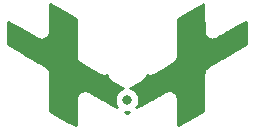
<source format=gtl>
G04 #@! TF.GenerationSoftware,KiCad,Pcbnew,(5.1.5)-3*
G04 #@! TF.CreationDate,2020-04-13T20:20:09+08:00*
G04 #@! TF.ProjectId,pcb,7063622e-6b69-4636-9164-5f7063625858,rev?*
G04 #@! TF.SameCoordinates,Original*
G04 #@! TF.FileFunction,Copper,L1,Top*
G04 #@! TF.FilePolarity,Positive*
%FSLAX46Y46*%
G04 Gerber Fmt 4.6, Leading zero omitted, Abs format (unit mm)*
G04 Created by KiCad (PCBNEW (5.1.5)-3) date 2020-04-13 20:20:09*
%MOMM*%
%LPD*%
G04 APERTURE LIST*
%ADD10C,0.800000*%
%ADD11C,0.254000*%
G04 APERTURE END LIST*
D10*
X149540000Y-107610000D03*
D11*
G36*
X143114996Y-99551482D02*
G01*
X143796509Y-99943675D01*
X145215930Y-100761988D01*
X145216210Y-102089732D01*
X145216210Y-102089735D01*
X145216585Y-103868832D01*
X145213272Y-103910113D01*
X145220650Y-103973282D01*
X145226893Y-104036533D01*
X145228754Y-104042662D01*
X145229497Y-104049027D01*
X145249053Y-104109530D01*
X145267520Y-104170360D01*
X145270542Y-104176010D01*
X145272512Y-104182106D01*
X145303491Y-104237624D01*
X145333474Y-104293689D01*
X145337539Y-104298640D01*
X145340661Y-104304235D01*
X145381881Y-104352649D01*
X145422222Y-104401783D01*
X145427174Y-104405846D01*
X145431328Y-104410724D01*
X145481181Y-104450149D01*
X145530352Y-104490485D01*
X145566879Y-104509999D01*
X145621384Y-104545008D01*
X145628486Y-104550342D01*
X145650702Y-104563840D01*
X145672595Y-104577902D01*
X145680509Y-104581950D01*
X146004784Y-104778970D01*
X146012205Y-104784251D01*
X146034521Y-104797037D01*
X146056585Y-104810443D01*
X146064825Y-104814401D01*
X147267285Y-105503381D01*
X147362896Y-105546324D01*
X147499205Y-105577634D01*
X147639001Y-105581750D01*
X147776916Y-105558515D01*
X147840909Y-105534189D01*
X147851247Y-105596033D01*
X147900775Y-105726828D01*
X147974867Y-105845446D01*
X148070677Y-105947332D01*
X148155996Y-106008211D01*
X149168589Y-106590127D01*
X149190860Y-106600164D01*
X149192771Y-106601094D01*
X149193632Y-106601413D01*
X149230377Y-106617974D01*
X149049744Y-106692795D01*
X148880226Y-106806063D01*
X148736063Y-106950226D01*
X148622795Y-107119744D01*
X148544774Y-107308102D01*
X148505000Y-107508061D01*
X148505000Y-107711939D01*
X148544774Y-107911898D01*
X148622795Y-108100256D01*
X148727699Y-108257257D01*
X148164933Y-107932402D01*
X148164718Y-107932248D01*
X148134441Y-107914801D01*
X148104746Y-107897659D01*
X148104510Y-107897552D01*
X147486144Y-107541208D01*
X147485590Y-107540813D01*
X147455974Y-107523822D01*
X147426299Y-107506721D01*
X147425677Y-107506440D01*
X146906637Y-107208657D01*
X146906246Y-107208379D01*
X146876577Y-107191411D01*
X146846554Y-107174186D01*
X146846111Y-107173987D01*
X146331655Y-106879760D01*
X146306267Y-106868382D01*
X146276775Y-106854456D01*
X146268961Y-106851662D01*
X146236010Y-106836894D01*
X146231775Y-106835925D01*
X146225687Y-106832877D01*
X146212436Y-106829229D01*
X146198855Y-106823155D01*
X146189432Y-106820076D01*
X146187143Y-106819346D01*
X146165784Y-106814769D01*
X146146298Y-106807801D01*
X146120807Y-106804002D01*
X146092090Y-106796096D01*
X146082309Y-106794479D01*
X146078032Y-106793802D01*
X146064090Y-106792976D01*
X146051652Y-106790310D01*
X146026268Y-106789913D01*
X146009243Y-106787376D01*
X145990336Y-106788276D01*
X145949580Y-106785290D01*
X145939672Y-106785603D01*
X145935345Y-106785770D01*
X145917533Y-106788213D01*
X145913101Y-106788144D01*
X145897931Y-106790902D01*
X145878169Y-106793613D01*
X145870832Y-106793962D01*
X145865667Y-106795242D01*
X145807758Y-106802360D01*
X145798099Y-106804592D01*
X145793887Y-106805596D01*
X145733004Y-106826569D01*
X145671793Y-106846715D01*
X145662753Y-106850781D01*
X145658815Y-106852586D01*
X145603353Y-106884889D01*
X145547331Y-106916457D01*
X145539251Y-106922200D01*
X145535739Y-106924733D01*
X145487416Y-106967336D01*
X145438516Y-107009266D01*
X145431808Y-107016362D01*
X145431799Y-107016370D01*
X145431793Y-107016378D01*
X145431706Y-107016470D01*
X145428753Y-107019638D01*
X145394814Y-107064047D01*
X145370276Y-107091158D01*
X145359567Y-107109052D01*
X145349872Y-107121379D01*
X145344592Y-107129769D01*
X145342312Y-107133449D01*
X145330078Y-107158327D01*
X145298457Y-107211166D01*
X145286061Y-107245886D01*
X145284738Y-107248483D01*
X145281187Y-107257739D01*
X145279664Y-107261793D01*
X145277512Y-107269829D01*
X145251430Y-107342881D01*
X145236122Y-107446569D01*
X145224786Y-107680585D01*
X145223539Y-107691247D01*
X145223099Y-107715403D01*
X145221930Y-107739532D01*
X145222464Y-107750254D01*
X145216075Y-108100926D01*
X145215586Y-108105655D01*
X145215440Y-108135762D01*
X145214891Y-108165907D01*
X145215271Y-108170653D01*
X145210267Y-109204104D01*
X145210233Y-109204437D01*
X145210098Y-109239075D01*
X145209931Y-109273522D01*
X145209962Y-109273854D01*
X145207992Y-109778538D01*
X144511881Y-109376725D01*
X144511871Y-109376718D01*
X143050233Y-108533024D01*
X143050221Y-107190147D01*
X143050205Y-105428187D01*
X143053578Y-105388617D01*
X143046326Y-105323733D01*
X143039930Y-105258793D01*
X143038566Y-105254297D01*
X143038044Y-105249625D01*
X143018274Y-105187404D01*
X142999330Y-105124958D01*
X142997115Y-105120813D01*
X142995691Y-105116333D01*
X142964180Y-105059199D01*
X142933401Y-105001615D01*
X142930417Y-104997979D01*
X142928149Y-104993867D01*
X142886105Y-104943986D01*
X142844675Y-104893504D01*
X142841042Y-104890522D01*
X142838013Y-104886929D01*
X142787005Y-104846176D01*
X142736562Y-104804780D01*
X142701540Y-104786061D01*
X142688371Y-104777509D01*
X142681213Y-104772081D01*
X142659129Y-104758521D01*
X142637404Y-104744414D01*
X142629430Y-104740285D01*
X142625573Y-104737917D01*
X142618234Y-104732640D01*
X142595880Y-104719685D01*
X142573841Y-104706153D01*
X142565703Y-104702197D01*
X142112392Y-104439491D01*
X142112204Y-104439356D01*
X142083316Y-104422641D01*
X142052255Y-104404640D01*
X142052028Y-104404537D01*
X141536804Y-104106415D01*
X141536540Y-104106226D01*
X141506286Y-104088757D01*
X141476706Y-104071641D01*
X141476414Y-104071508D01*
X140865233Y-103718603D01*
X140865124Y-103718525D01*
X140833012Y-103699998D01*
X140804928Y-103683782D01*
X140804821Y-103683734D01*
X139448853Y-102901414D01*
X139443646Y-101554062D01*
X139441442Y-100983642D01*
X139754817Y-101164577D01*
X140272585Y-101463581D01*
X140733773Y-101729967D01*
X140734231Y-101730294D01*
X140763485Y-101747129D01*
X140793672Y-101764565D01*
X140794201Y-101764805D01*
X141187314Y-101991029D01*
X141188573Y-101991920D01*
X141217476Y-102008386D01*
X141246428Y-102025047D01*
X141247840Y-102025684D01*
X141573763Y-102211363D01*
X141574629Y-102211972D01*
X141603913Y-102228539D01*
X141633442Y-102245362D01*
X141634418Y-102245798D01*
X141979031Y-102440761D01*
X142074875Y-102483181D01*
X142117806Y-102492796D01*
X142121685Y-102494234D01*
X142130715Y-102495687D01*
X142211353Y-102513747D01*
X142224506Y-102514062D01*
X142230081Y-102515247D01*
X142239940Y-102516283D01*
X142247043Y-102516979D01*
X142309958Y-102516975D01*
X142362738Y-102517915D01*
X142372287Y-102518120D01*
X142372469Y-102518088D01*
X142372974Y-102518097D01*
X142382850Y-102517236D01*
X142384773Y-102517055D01*
X142385211Y-102516970D01*
X142385610Y-102516970D01*
X142404709Y-102513187D01*
X142446644Y-102505051D01*
X142508763Y-102494133D01*
X142518293Y-102491406D01*
X142520220Y-102490840D01*
X142520525Y-102490717D01*
X142520803Y-102490663D01*
X142534374Y-102485130D01*
X142579913Y-102466760D01*
X142586371Y-102464259D01*
X142590280Y-102463133D01*
X142593284Y-102461581D01*
X142639964Y-102443500D01*
X142648719Y-102439005D01*
X142648726Y-102439002D01*
X142648731Y-102438999D01*
X142648783Y-102438972D01*
X142650562Y-102438043D01*
X142694649Y-102409222D01*
X142714539Y-102398948D01*
X142729921Y-102386683D01*
X142758575Y-102368531D01*
X142766348Y-102362380D01*
X142767914Y-102361123D01*
X142794179Y-102335444D01*
X142823889Y-102311754D01*
X142845875Y-102285720D01*
X142860860Y-102271455D01*
X142866974Y-102264274D01*
X142866996Y-102264253D01*
X142867011Y-102264231D01*
X142867287Y-102263907D01*
X142868578Y-102262369D01*
X142881383Y-102243674D01*
X142914128Y-102204901D01*
X142936095Y-102165160D01*
X142941958Y-102156856D01*
X142946798Y-102148205D01*
X142947766Y-102146445D01*
X142952369Y-102135718D01*
X142981786Y-102082499D01*
X142998084Y-102031375D01*
X142999314Y-102028616D01*
X143002382Y-102019190D01*
X143002990Y-102017277D01*
X143003821Y-102013378D01*
X143024265Y-101949248D01*
X143031847Y-101881986D01*
X143031870Y-101881792D01*
X143032095Y-101879796D01*
X143032095Y-101879782D01*
X143036005Y-101845096D01*
X143042885Y-101356480D01*
X143043071Y-101354750D01*
X143043375Y-101321665D01*
X143043842Y-101288480D01*
X143043695Y-101286741D01*
X143048238Y-100791986D01*
X143048481Y-100789576D01*
X143048557Y-100757203D01*
X143048856Y-100724669D01*
X143048640Y-100722245D01*
X143050121Y-100093679D01*
X143050140Y-100093490D01*
X143050204Y-100058610D01*
X143050285Y-100024113D01*
X143050267Y-100023926D01*
X143051197Y-99514943D01*
X143114996Y-99551482D01*
G37*
X143114996Y-99551482D02*
X143796509Y-99943675D01*
X145215930Y-100761988D01*
X145216210Y-102089732D01*
X145216210Y-102089735D01*
X145216585Y-103868832D01*
X145213272Y-103910113D01*
X145220650Y-103973282D01*
X145226893Y-104036533D01*
X145228754Y-104042662D01*
X145229497Y-104049027D01*
X145249053Y-104109530D01*
X145267520Y-104170360D01*
X145270542Y-104176010D01*
X145272512Y-104182106D01*
X145303491Y-104237624D01*
X145333474Y-104293689D01*
X145337539Y-104298640D01*
X145340661Y-104304235D01*
X145381881Y-104352649D01*
X145422222Y-104401783D01*
X145427174Y-104405846D01*
X145431328Y-104410724D01*
X145481181Y-104450149D01*
X145530352Y-104490485D01*
X145566879Y-104509999D01*
X145621384Y-104545008D01*
X145628486Y-104550342D01*
X145650702Y-104563840D01*
X145672595Y-104577902D01*
X145680509Y-104581950D01*
X146004784Y-104778970D01*
X146012205Y-104784251D01*
X146034521Y-104797037D01*
X146056585Y-104810443D01*
X146064825Y-104814401D01*
X147267285Y-105503381D01*
X147362896Y-105546324D01*
X147499205Y-105577634D01*
X147639001Y-105581750D01*
X147776916Y-105558515D01*
X147840909Y-105534189D01*
X147851247Y-105596033D01*
X147900775Y-105726828D01*
X147974867Y-105845446D01*
X148070677Y-105947332D01*
X148155996Y-106008211D01*
X149168589Y-106590127D01*
X149190860Y-106600164D01*
X149192771Y-106601094D01*
X149193632Y-106601413D01*
X149230377Y-106617974D01*
X149049744Y-106692795D01*
X148880226Y-106806063D01*
X148736063Y-106950226D01*
X148622795Y-107119744D01*
X148544774Y-107308102D01*
X148505000Y-107508061D01*
X148505000Y-107711939D01*
X148544774Y-107911898D01*
X148622795Y-108100256D01*
X148727699Y-108257257D01*
X148164933Y-107932402D01*
X148164718Y-107932248D01*
X148134441Y-107914801D01*
X148104746Y-107897659D01*
X148104510Y-107897552D01*
X147486144Y-107541208D01*
X147485590Y-107540813D01*
X147455974Y-107523822D01*
X147426299Y-107506721D01*
X147425677Y-107506440D01*
X146906637Y-107208657D01*
X146906246Y-107208379D01*
X146876577Y-107191411D01*
X146846554Y-107174186D01*
X146846111Y-107173987D01*
X146331655Y-106879760D01*
X146306267Y-106868382D01*
X146276775Y-106854456D01*
X146268961Y-106851662D01*
X146236010Y-106836894D01*
X146231775Y-106835925D01*
X146225687Y-106832877D01*
X146212436Y-106829229D01*
X146198855Y-106823155D01*
X146189432Y-106820076D01*
X146187143Y-106819346D01*
X146165784Y-106814769D01*
X146146298Y-106807801D01*
X146120807Y-106804002D01*
X146092090Y-106796096D01*
X146082309Y-106794479D01*
X146078032Y-106793802D01*
X146064090Y-106792976D01*
X146051652Y-106790310D01*
X146026268Y-106789913D01*
X146009243Y-106787376D01*
X145990336Y-106788276D01*
X145949580Y-106785290D01*
X145939672Y-106785603D01*
X145935345Y-106785770D01*
X145917533Y-106788213D01*
X145913101Y-106788144D01*
X145897931Y-106790902D01*
X145878169Y-106793613D01*
X145870832Y-106793962D01*
X145865667Y-106795242D01*
X145807758Y-106802360D01*
X145798099Y-106804592D01*
X145793887Y-106805596D01*
X145733004Y-106826569D01*
X145671793Y-106846715D01*
X145662753Y-106850781D01*
X145658815Y-106852586D01*
X145603353Y-106884889D01*
X145547331Y-106916457D01*
X145539251Y-106922200D01*
X145535739Y-106924733D01*
X145487416Y-106967336D01*
X145438516Y-107009266D01*
X145431808Y-107016362D01*
X145431799Y-107016370D01*
X145431793Y-107016378D01*
X145431706Y-107016470D01*
X145428753Y-107019638D01*
X145394814Y-107064047D01*
X145370276Y-107091158D01*
X145359567Y-107109052D01*
X145349872Y-107121379D01*
X145344592Y-107129769D01*
X145342312Y-107133449D01*
X145330078Y-107158327D01*
X145298457Y-107211166D01*
X145286061Y-107245886D01*
X145284738Y-107248483D01*
X145281187Y-107257739D01*
X145279664Y-107261793D01*
X145277512Y-107269829D01*
X145251430Y-107342881D01*
X145236122Y-107446569D01*
X145224786Y-107680585D01*
X145223539Y-107691247D01*
X145223099Y-107715403D01*
X145221930Y-107739532D01*
X145222464Y-107750254D01*
X145216075Y-108100926D01*
X145215586Y-108105655D01*
X145215440Y-108135762D01*
X145214891Y-108165907D01*
X145215271Y-108170653D01*
X145210267Y-109204104D01*
X145210233Y-109204437D01*
X145210098Y-109239075D01*
X145209931Y-109273522D01*
X145209962Y-109273854D01*
X145207992Y-109778538D01*
X144511881Y-109376725D01*
X144511871Y-109376718D01*
X143050233Y-108533024D01*
X143050221Y-107190147D01*
X143050205Y-105428187D01*
X143053578Y-105388617D01*
X143046326Y-105323733D01*
X143039930Y-105258793D01*
X143038566Y-105254297D01*
X143038044Y-105249625D01*
X143018274Y-105187404D01*
X142999330Y-105124958D01*
X142997115Y-105120813D01*
X142995691Y-105116333D01*
X142964180Y-105059199D01*
X142933401Y-105001615D01*
X142930417Y-104997979D01*
X142928149Y-104993867D01*
X142886105Y-104943986D01*
X142844675Y-104893504D01*
X142841042Y-104890522D01*
X142838013Y-104886929D01*
X142787005Y-104846176D01*
X142736562Y-104804780D01*
X142701540Y-104786061D01*
X142688371Y-104777509D01*
X142681213Y-104772081D01*
X142659129Y-104758521D01*
X142637404Y-104744414D01*
X142629430Y-104740285D01*
X142625573Y-104737917D01*
X142618234Y-104732640D01*
X142595880Y-104719685D01*
X142573841Y-104706153D01*
X142565703Y-104702197D01*
X142112392Y-104439491D01*
X142112204Y-104439356D01*
X142083316Y-104422641D01*
X142052255Y-104404640D01*
X142052028Y-104404537D01*
X141536804Y-104106415D01*
X141536540Y-104106226D01*
X141506286Y-104088757D01*
X141476706Y-104071641D01*
X141476414Y-104071508D01*
X140865233Y-103718603D01*
X140865124Y-103718525D01*
X140833012Y-103699998D01*
X140804928Y-103683782D01*
X140804821Y-103683734D01*
X139448853Y-102901414D01*
X139443646Y-101554062D01*
X139441442Y-100983642D01*
X139754817Y-101164577D01*
X140272585Y-101463581D01*
X140733773Y-101729967D01*
X140734231Y-101730294D01*
X140763485Y-101747129D01*
X140793672Y-101764565D01*
X140794201Y-101764805D01*
X141187314Y-101991029D01*
X141188573Y-101991920D01*
X141217476Y-102008386D01*
X141246428Y-102025047D01*
X141247840Y-102025684D01*
X141573763Y-102211363D01*
X141574629Y-102211972D01*
X141603913Y-102228539D01*
X141633442Y-102245362D01*
X141634418Y-102245798D01*
X141979031Y-102440761D01*
X142074875Y-102483181D01*
X142117806Y-102492796D01*
X142121685Y-102494234D01*
X142130715Y-102495687D01*
X142211353Y-102513747D01*
X142224506Y-102514062D01*
X142230081Y-102515247D01*
X142239940Y-102516283D01*
X142247043Y-102516979D01*
X142309958Y-102516975D01*
X142362738Y-102517915D01*
X142372287Y-102518120D01*
X142372469Y-102518088D01*
X142372974Y-102518097D01*
X142382850Y-102517236D01*
X142384773Y-102517055D01*
X142385211Y-102516970D01*
X142385610Y-102516970D01*
X142404709Y-102513187D01*
X142446644Y-102505051D01*
X142508763Y-102494133D01*
X142518293Y-102491406D01*
X142520220Y-102490840D01*
X142520525Y-102490717D01*
X142520803Y-102490663D01*
X142534374Y-102485130D01*
X142579913Y-102466760D01*
X142586371Y-102464259D01*
X142590280Y-102463133D01*
X142593284Y-102461581D01*
X142639964Y-102443500D01*
X142648719Y-102439005D01*
X142648726Y-102439002D01*
X142648731Y-102438999D01*
X142648783Y-102438972D01*
X142650562Y-102438043D01*
X142694649Y-102409222D01*
X142714539Y-102398948D01*
X142729921Y-102386683D01*
X142758575Y-102368531D01*
X142766348Y-102362380D01*
X142767914Y-102361123D01*
X142794179Y-102335444D01*
X142823889Y-102311754D01*
X142845875Y-102285720D01*
X142860860Y-102271455D01*
X142866974Y-102264274D01*
X142866996Y-102264253D01*
X142867011Y-102264231D01*
X142867287Y-102263907D01*
X142868578Y-102262369D01*
X142881383Y-102243674D01*
X142914128Y-102204901D01*
X142936095Y-102165160D01*
X142941958Y-102156856D01*
X142946798Y-102148205D01*
X142947766Y-102146445D01*
X142952369Y-102135718D01*
X142981786Y-102082499D01*
X142998084Y-102031375D01*
X142999314Y-102028616D01*
X143002382Y-102019190D01*
X143002990Y-102017277D01*
X143003821Y-102013378D01*
X143024265Y-101949248D01*
X143031847Y-101881986D01*
X143031870Y-101881792D01*
X143032095Y-101879796D01*
X143032095Y-101879782D01*
X143036005Y-101845096D01*
X143042885Y-101356480D01*
X143043071Y-101354750D01*
X143043375Y-101321665D01*
X143043842Y-101288480D01*
X143043695Y-101286741D01*
X143048238Y-100791986D01*
X143048481Y-100789576D01*
X143048557Y-100757203D01*
X143048856Y-100724669D01*
X143048640Y-100722245D01*
X143050121Y-100093679D01*
X143050140Y-100093490D01*
X143050204Y-100058610D01*
X143050285Y-100024113D01*
X143050267Y-100023926D01*
X143051197Y-99514943D01*
X143114996Y-99551482D01*
G36*
X156029213Y-100023938D02*
G01*
X156029196Y-100024112D01*
X156029281Y-100060392D01*
X156029344Y-100093533D01*
X156029360Y-100093691D01*
X156030841Y-100722570D01*
X156030625Y-100724995D01*
X156030924Y-100757536D01*
X156031000Y-100789901D01*
X156031243Y-100792310D01*
X156035785Y-101286993D01*
X156035638Y-101288733D01*
X156036105Y-101321875D01*
X156036409Y-101354997D01*
X156036596Y-101356732D01*
X156043476Y-101845090D01*
X156047206Y-101878174D01*
X156047288Y-101878929D01*
X156047294Y-101878960D01*
X156055218Y-101949242D01*
X156071658Y-102000812D01*
X156071978Y-102002489D01*
X156074842Y-102011979D01*
X156075436Y-102013900D01*
X156075580Y-102014243D01*
X156075647Y-102014563D01*
X156077232Y-102018296D01*
X156097698Y-102082493D01*
X156121524Y-102125597D01*
X156124519Y-102133009D01*
X156129173Y-102141762D01*
X156130129Y-102143530D01*
X156137373Y-102154269D01*
X156165357Y-102204895D01*
X156192060Y-102236514D01*
X156201408Y-102250794D01*
X156207615Y-102258401D01*
X156207618Y-102258406D01*
X156207622Y-102258410D01*
X156207675Y-102258475D01*
X156208956Y-102260023D01*
X156227268Y-102278202D01*
X156255597Y-102311746D01*
X156279568Y-102330860D01*
X156299335Y-102351063D01*
X156306971Y-102357385D01*
X156308528Y-102358656D01*
X156344078Y-102382298D01*
X156364948Y-102398939D01*
X156381030Y-102407246D01*
X156394152Y-102416233D01*
X156399131Y-102419910D01*
X156400386Y-102420502D01*
X156415407Y-102430789D01*
X156423891Y-102435377D01*
X156423910Y-102435389D01*
X156423928Y-102435397D01*
X156424127Y-102435504D01*
X156425901Y-102436448D01*
X156483690Y-102460273D01*
X156489207Y-102463123D01*
X156492855Y-102464174D01*
X156494276Y-102464783D01*
X156524459Y-102479018D01*
X156531728Y-102480837D01*
X156544568Y-102486341D01*
X156554005Y-102489263D01*
X156554011Y-102489265D01*
X156554038Y-102489273D01*
X156555962Y-102489854D01*
X156612542Y-102501060D01*
X156620329Y-102503009D01*
X156638181Y-102508166D01*
X156642378Y-102508527D01*
X156658883Y-102512657D01*
X156670217Y-102513221D01*
X156682103Y-102515747D01*
X156691882Y-102516775D01*
X156691889Y-102516776D01*
X156691895Y-102516776D01*
X156691962Y-102516783D01*
X156693962Y-102516979D01*
X156727683Y-102516977D01*
X156728400Y-102517102D01*
X156733591Y-102516977D01*
X156740683Y-102516977D01*
X156776240Y-102520033D01*
X156785832Y-102518976D01*
X156797279Y-102519546D01*
X156807177Y-102519001D01*
X156811690Y-102518721D01*
X156822546Y-102516973D01*
X156832529Y-102516972D01*
X156846196Y-102514265D01*
X156868215Y-102513735D01*
X156901895Y-102506189D01*
X156913974Y-102504858D01*
X156923660Y-102502748D01*
X156930625Y-102501180D01*
X156940163Y-102498028D01*
X156948494Y-102496686D01*
X156954881Y-102494317D01*
X157004690Y-102483157D01*
X157061970Y-102457798D01*
X157062189Y-102457703D01*
X157068717Y-102454812D01*
X157068724Y-102454808D01*
X157100530Y-102440727D01*
X157445142Y-102245721D01*
X157446116Y-102245286D01*
X157475566Y-102228505D01*
X157504927Y-102211890D01*
X157505795Y-102211279D01*
X157831721Y-102025557D01*
X157833133Y-102024920D01*
X157862052Y-102008274D01*
X157890982Y-101991789D01*
X157892244Y-101990896D01*
X158285353Y-101764620D01*
X158285868Y-101764387D01*
X158315735Y-101747133D01*
X158345324Y-101730101D01*
X158345779Y-101729776D01*
X158809600Y-101461822D01*
X159324290Y-101164577D01*
X159638039Y-100983435D01*
X159635842Y-101552028D01*
X159630627Y-102901414D01*
X158274671Y-103683728D01*
X158274552Y-103683782D01*
X158243220Y-103701874D01*
X158214357Y-103718526D01*
X158214259Y-103718596D01*
X157603070Y-104071507D01*
X157602774Y-104071641D01*
X157572596Y-104089103D01*
X157542941Y-104106226D01*
X157542681Y-104106412D01*
X157027452Y-104404536D01*
X157027224Y-104404640D01*
X156996038Y-104422713D01*
X156967277Y-104439355D01*
X156967089Y-104439490D01*
X156513776Y-104702198D01*
X156505646Y-104706150D01*
X156483613Y-104719678D01*
X156461247Y-104732640D01*
X156453908Y-104737917D01*
X156450051Y-104740285D01*
X156442071Y-104744417D01*
X156420352Y-104758520D01*
X156398273Y-104772077D01*
X156391109Y-104777510D01*
X156377940Y-104786061D01*
X156342914Y-104804783D01*
X156292450Y-104846197D01*
X156241464Y-104886933D01*
X156238435Y-104890526D01*
X156234802Y-104893508D01*
X156193404Y-104943951D01*
X156151328Y-104993871D01*
X156149057Y-104997989D01*
X156146077Y-105001620D01*
X156115335Y-105059134D01*
X156083787Y-105116338D01*
X156082362Y-105120823D01*
X156080149Y-105124963D01*
X156061217Y-105187372D01*
X156041436Y-105249630D01*
X156040914Y-105254303D01*
X156039550Y-105258799D01*
X156033155Y-105323728D01*
X156025903Y-105388623D01*
X156029277Y-105428196D01*
X156029276Y-107205367D01*
X156029277Y-107205377D01*
X156029276Y-108532983D01*
X154628114Y-109341562D01*
X154628107Y-109341565D01*
X153871488Y-109778194D01*
X153869518Y-109273603D01*
X153869549Y-109273272D01*
X153869382Y-109238851D01*
X153869247Y-109204185D01*
X153869213Y-109203852D01*
X153864210Y-108170591D01*
X153864590Y-108165845D01*
X153864041Y-108135706D01*
X153863895Y-108105596D01*
X153863406Y-108100865D01*
X153857016Y-107750221D01*
X153857550Y-107739508D01*
X153856381Y-107715377D01*
X153855941Y-107691211D01*
X153854695Y-107680552D01*
X153843361Y-107446523D01*
X153828055Y-107342835D01*
X153811117Y-107295392D01*
X153810695Y-107293481D01*
X153809280Y-107290249D01*
X153781029Y-107211120D01*
X153769914Y-107192547D01*
X153768785Y-107190262D01*
X153768781Y-107190252D01*
X153768776Y-107190244D01*
X153768728Y-107190147D01*
X153766780Y-107186275D01*
X153756995Y-107170797D01*
X153755132Y-107166541D01*
X153749568Y-107158547D01*
X153709212Y-107091111D01*
X153703626Y-107084939D01*
X153698773Y-107077020D01*
X153692738Y-107069155D01*
X153690074Y-107065733D01*
X153645809Y-107019088D01*
X153602176Y-106971798D01*
X153594729Y-106965254D01*
X153591452Y-106962415D01*
X153538927Y-106925221D01*
X153486893Y-106887278D01*
X153478371Y-106882339D01*
X153478367Y-106882336D01*
X153478363Y-106882334D01*
X153478316Y-106882307D01*
X153474550Y-106880158D01*
X153415850Y-106853902D01*
X153357471Y-106826801D01*
X153348092Y-106823590D01*
X153343981Y-106822214D01*
X153281230Y-106807840D01*
X153218738Y-106792604D01*
X153208914Y-106791275D01*
X153204614Y-106790724D01*
X153140281Y-106788813D01*
X153075963Y-106786006D01*
X153066069Y-106786611D01*
X153061743Y-106786906D01*
X152998335Y-106797518D01*
X152979802Y-106800352D01*
X152943420Y-106805223D01*
X152939738Y-106806478D01*
X152934750Y-106807241D01*
X152925161Y-106809756D01*
X152920974Y-106810885D01*
X152866913Y-106831307D01*
X152866109Y-106831581D01*
X152843483Y-106836759D01*
X152819839Y-106847356D01*
X152812265Y-106849938D01*
X152803268Y-106854100D01*
X152773514Y-106868118D01*
X152747838Y-106879625D01*
X152233365Y-107173858D01*
X152232917Y-107174060D01*
X152202858Y-107191306D01*
X152173236Y-107208247D01*
X152172842Y-107208527D01*
X151653785Y-107506327D01*
X151653156Y-107506611D01*
X151623518Y-107523692D01*
X151593880Y-107540696D01*
X151593319Y-107541096D01*
X150974951Y-107897469D01*
X150974705Y-107897580D01*
X150944255Y-107915159D01*
X150914738Y-107932170D01*
X150914529Y-107932319D01*
X150352697Y-108256664D01*
X150457205Y-108100256D01*
X150535226Y-107911898D01*
X150575000Y-107711939D01*
X150575000Y-107508061D01*
X150535226Y-107308102D01*
X150457205Y-107119744D01*
X150343937Y-106950226D01*
X150199774Y-106806063D01*
X150030256Y-106692795D01*
X149849149Y-106617777D01*
X149910989Y-106589932D01*
X150923804Y-106008339D01*
X151009143Y-105947490D01*
X151104987Y-105845636D01*
X151179119Y-105727042D01*
X151228691Y-105596264D01*
X151239089Y-105534187D01*
X151303207Y-105558547D01*
X151441126Y-105581759D01*
X151580920Y-105577617D01*
X151717223Y-105546283D01*
X151812826Y-105503323D01*
X153021705Y-104810384D01*
X153029958Y-104806416D01*
X153051902Y-104793074D01*
X153074252Y-104780263D01*
X153081735Y-104774936D01*
X153399284Y-104581868D01*
X153407318Y-104577752D01*
X153429079Y-104563753D01*
X153451178Y-104550317D01*
X153458391Y-104544896D01*
X153512816Y-104509885D01*
X153549114Y-104490494D01*
X153598482Y-104449999D01*
X153648512Y-104410376D01*
X153652493Y-104405694D01*
X153657247Y-104401794D01*
X153697754Y-104352460D01*
X153739105Y-104303824D01*
X153742098Y-104298452D01*
X153745997Y-104293703D01*
X153776092Y-104237431D01*
X153807169Y-104181646D01*
X153809056Y-104175794D01*
X153811954Y-104170375D01*
X153830499Y-104109293D01*
X153850089Y-104048537D01*
X153850798Y-104042433D01*
X153852584Y-104036549D01*
X153858854Y-103973040D01*
X153866217Y-103909613D01*
X153862896Y-103868588D01*
X153863312Y-102089751D01*
X153863311Y-102089744D01*
X153863622Y-100761926D01*
X155283891Y-99942853D01*
X155964296Y-99551193D01*
X156028252Y-99514560D01*
X156029213Y-100023938D01*
G37*
X156029213Y-100023938D02*
X156029196Y-100024112D01*
X156029281Y-100060392D01*
X156029344Y-100093533D01*
X156029360Y-100093691D01*
X156030841Y-100722570D01*
X156030625Y-100724995D01*
X156030924Y-100757536D01*
X156031000Y-100789901D01*
X156031243Y-100792310D01*
X156035785Y-101286993D01*
X156035638Y-101288733D01*
X156036105Y-101321875D01*
X156036409Y-101354997D01*
X156036596Y-101356732D01*
X156043476Y-101845090D01*
X156047206Y-101878174D01*
X156047288Y-101878929D01*
X156047294Y-101878960D01*
X156055218Y-101949242D01*
X156071658Y-102000812D01*
X156071978Y-102002489D01*
X156074842Y-102011979D01*
X156075436Y-102013900D01*
X156075580Y-102014243D01*
X156075647Y-102014563D01*
X156077232Y-102018296D01*
X156097698Y-102082493D01*
X156121524Y-102125597D01*
X156124519Y-102133009D01*
X156129173Y-102141762D01*
X156130129Y-102143530D01*
X156137373Y-102154269D01*
X156165357Y-102204895D01*
X156192060Y-102236514D01*
X156201408Y-102250794D01*
X156207615Y-102258401D01*
X156207618Y-102258406D01*
X156207622Y-102258410D01*
X156207675Y-102258475D01*
X156208956Y-102260023D01*
X156227268Y-102278202D01*
X156255597Y-102311746D01*
X156279568Y-102330860D01*
X156299335Y-102351063D01*
X156306971Y-102357385D01*
X156308528Y-102358656D01*
X156344078Y-102382298D01*
X156364948Y-102398939D01*
X156381030Y-102407246D01*
X156394152Y-102416233D01*
X156399131Y-102419910D01*
X156400386Y-102420502D01*
X156415407Y-102430789D01*
X156423891Y-102435377D01*
X156423910Y-102435389D01*
X156423928Y-102435397D01*
X156424127Y-102435504D01*
X156425901Y-102436448D01*
X156483690Y-102460273D01*
X156489207Y-102463123D01*
X156492855Y-102464174D01*
X156494276Y-102464783D01*
X156524459Y-102479018D01*
X156531728Y-102480837D01*
X156544568Y-102486341D01*
X156554005Y-102489263D01*
X156554011Y-102489265D01*
X156554038Y-102489273D01*
X156555962Y-102489854D01*
X156612542Y-102501060D01*
X156620329Y-102503009D01*
X156638181Y-102508166D01*
X156642378Y-102508527D01*
X156658883Y-102512657D01*
X156670217Y-102513221D01*
X156682103Y-102515747D01*
X156691882Y-102516775D01*
X156691889Y-102516776D01*
X156691895Y-102516776D01*
X156691962Y-102516783D01*
X156693962Y-102516979D01*
X156727683Y-102516977D01*
X156728400Y-102517102D01*
X156733591Y-102516977D01*
X156740683Y-102516977D01*
X156776240Y-102520033D01*
X156785832Y-102518976D01*
X156797279Y-102519546D01*
X156807177Y-102519001D01*
X156811690Y-102518721D01*
X156822546Y-102516973D01*
X156832529Y-102516972D01*
X156846196Y-102514265D01*
X156868215Y-102513735D01*
X156901895Y-102506189D01*
X156913974Y-102504858D01*
X156923660Y-102502748D01*
X156930625Y-102501180D01*
X156940163Y-102498028D01*
X156948494Y-102496686D01*
X156954881Y-102494317D01*
X157004690Y-102483157D01*
X157061970Y-102457798D01*
X157062189Y-102457703D01*
X157068717Y-102454812D01*
X157068724Y-102454808D01*
X157100530Y-102440727D01*
X157445142Y-102245721D01*
X157446116Y-102245286D01*
X157475566Y-102228505D01*
X157504927Y-102211890D01*
X157505795Y-102211279D01*
X157831721Y-102025557D01*
X157833133Y-102024920D01*
X157862052Y-102008274D01*
X157890982Y-101991789D01*
X157892244Y-101990896D01*
X158285353Y-101764620D01*
X158285868Y-101764387D01*
X158315735Y-101747133D01*
X158345324Y-101730101D01*
X158345779Y-101729776D01*
X158809600Y-101461822D01*
X159324290Y-101164577D01*
X159638039Y-100983435D01*
X159635842Y-101552028D01*
X159630627Y-102901414D01*
X158274671Y-103683728D01*
X158274552Y-103683782D01*
X158243220Y-103701874D01*
X158214357Y-103718526D01*
X158214259Y-103718596D01*
X157603070Y-104071507D01*
X157602774Y-104071641D01*
X157572596Y-104089103D01*
X157542941Y-104106226D01*
X157542681Y-104106412D01*
X157027452Y-104404536D01*
X157027224Y-104404640D01*
X156996038Y-104422713D01*
X156967277Y-104439355D01*
X156967089Y-104439490D01*
X156513776Y-104702198D01*
X156505646Y-104706150D01*
X156483613Y-104719678D01*
X156461247Y-104732640D01*
X156453908Y-104737917D01*
X156450051Y-104740285D01*
X156442071Y-104744417D01*
X156420352Y-104758520D01*
X156398273Y-104772077D01*
X156391109Y-104777510D01*
X156377940Y-104786061D01*
X156342914Y-104804783D01*
X156292450Y-104846197D01*
X156241464Y-104886933D01*
X156238435Y-104890526D01*
X156234802Y-104893508D01*
X156193404Y-104943951D01*
X156151328Y-104993871D01*
X156149057Y-104997989D01*
X156146077Y-105001620D01*
X156115335Y-105059134D01*
X156083787Y-105116338D01*
X156082362Y-105120823D01*
X156080149Y-105124963D01*
X156061217Y-105187372D01*
X156041436Y-105249630D01*
X156040914Y-105254303D01*
X156039550Y-105258799D01*
X156033155Y-105323728D01*
X156025903Y-105388623D01*
X156029277Y-105428196D01*
X156029276Y-107205367D01*
X156029277Y-107205377D01*
X156029276Y-108532983D01*
X154628114Y-109341562D01*
X154628107Y-109341565D01*
X153871488Y-109778194D01*
X153869518Y-109273603D01*
X153869549Y-109273272D01*
X153869382Y-109238851D01*
X153869247Y-109204185D01*
X153869213Y-109203852D01*
X153864210Y-108170591D01*
X153864590Y-108165845D01*
X153864041Y-108135706D01*
X153863895Y-108105596D01*
X153863406Y-108100865D01*
X153857016Y-107750221D01*
X153857550Y-107739508D01*
X153856381Y-107715377D01*
X153855941Y-107691211D01*
X153854695Y-107680552D01*
X153843361Y-107446523D01*
X153828055Y-107342835D01*
X153811117Y-107295392D01*
X153810695Y-107293481D01*
X153809280Y-107290249D01*
X153781029Y-107211120D01*
X153769914Y-107192547D01*
X153768785Y-107190262D01*
X153768781Y-107190252D01*
X153768776Y-107190244D01*
X153768728Y-107190147D01*
X153766780Y-107186275D01*
X153756995Y-107170797D01*
X153755132Y-107166541D01*
X153749568Y-107158547D01*
X153709212Y-107091111D01*
X153703626Y-107084939D01*
X153698773Y-107077020D01*
X153692738Y-107069155D01*
X153690074Y-107065733D01*
X153645809Y-107019088D01*
X153602176Y-106971798D01*
X153594729Y-106965254D01*
X153591452Y-106962415D01*
X153538927Y-106925221D01*
X153486893Y-106887278D01*
X153478371Y-106882339D01*
X153478367Y-106882336D01*
X153478363Y-106882334D01*
X153478316Y-106882307D01*
X153474550Y-106880158D01*
X153415850Y-106853902D01*
X153357471Y-106826801D01*
X153348092Y-106823590D01*
X153343981Y-106822214D01*
X153281230Y-106807840D01*
X153218738Y-106792604D01*
X153208914Y-106791275D01*
X153204614Y-106790724D01*
X153140281Y-106788813D01*
X153075963Y-106786006D01*
X153066069Y-106786611D01*
X153061743Y-106786906D01*
X152998335Y-106797518D01*
X152979802Y-106800352D01*
X152943420Y-106805223D01*
X152939738Y-106806478D01*
X152934750Y-106807241D01*
X152925161Y-106809756D01*
X152920974Y-106810885D01*
X152866913Y-106831307D01*
X152866109Y-106831581D01*
X152843483Y-106836759D01*
X152819839Y-106847356D01*
X152812265Y-106849938D01*
X152803268Y-106854100D01*
X152773514Y-106868118D01*
X152747838Y-106879625D01*
X152233365Y-107173858D01*
X152232917Y-107174060D01*
X152202858Y-107191306D01*
X152173236Y-107208247D01*
X152172842Y-107208527D01*
X151653785Y-107506327D01*
X151653156Y-107506611D01*
X151623518Y-107523692D01*
X151593880Y-107540696D01*
X151593319Y-107541096D01*
X150974951Y-107897469D01*
X150974705Y-107897580D01*
X150944255Y-107915159D01*
X150914738Y-107932170D01*
X150914529Y-107932319D01*
X150352697Y-108256664D01*
X150457205Y-108100256D01*
X150535226Y-107911898D01*
X150575000Y-107711939D01*
X150575000Y-107508061D01*
X150535226Y-107308102D01*
X150457205Y-107119744D01*
X150343937Y-106950226D01*
X150199774Y-106806063D01*
X150030256Y-106692795D01*
X149849149Y-106617777D01*
X149910989Y-106589932D01*
X150923804Y-106008339D01*
X151009143Y-105947490D01*
X151104987Y-105845636D01*
X151179119Y-105727042D01*
X151228691Y-105596264D01*
X151239089Y-105534187D01*
X151303207Y-105558547D01*
X151441126Y-105581759D01*
X151580920Y-105577617D01*
X151717223Y-105546283D01*
X151812826Y-105503323D01*
X153021705Y-104810384D01*
X153029958Y-104806416D01*
X153051902Y-104793074D01*
X153074252Y-104780263D01*
X153081735Y-104774936D01*
X153399284Y-104581868D01*
X153407318Y-104577752D01*
X153429079Y-104563753D01*
X153451178Y-104550317D01*
X153458391Y-104544896D01*
X153512816Y-104509885D01*
X153549114Y-104490494D01*
X153598482Y-104449999D01*
X153648512Y-104410376D01*
X153652493Y-104405694D01*
X153657247Y-104401794D01*
X153697754Y-104352460D01*
X153739105Y-104303824D01*
X153742098Y-104298452D01*
X153745997Y-104293703D01*
X153776092Y-104237431D01*
X153807169Y-104181646D01*
X153809056Y-104175794D01*
X153811954Y-104170375D01*
X153830499Y-104109293D01*
X153850089Y-104048537D01*
X153850798Y-104042433D01*
X153852584Y-104036549D01*
X153858854Y-103973040D01*
X153866217Y-103909613D01*
X153862896Y-103868588D01*
X153863312Y-102089751D01*
X153863311Y-102089744D01*
X153863622Y-100761926D01*
X155283891Y-99942853D01*
X155964296Y-99551193D01*
X156028252Y-99514560D01*
X156029213Y-100023938D01*
G36*
X149438061Y-108645000D02*
G01*
X149641939Y-108645000D01*
X149700036Y-108633444D01*
X149539721Y-108725994D01*
X149379090Y-108633270D01*
X149438061Y-108645000D01*
G37*
X149438061Y-108645000D02*
X149641939Y-108645000D01*
X149700036Y-108633444D01*
X149539721Y-108725994D01*
X149379090Y-108633270D01*
X149438061Y-108645000D01*
M02*

</source>
